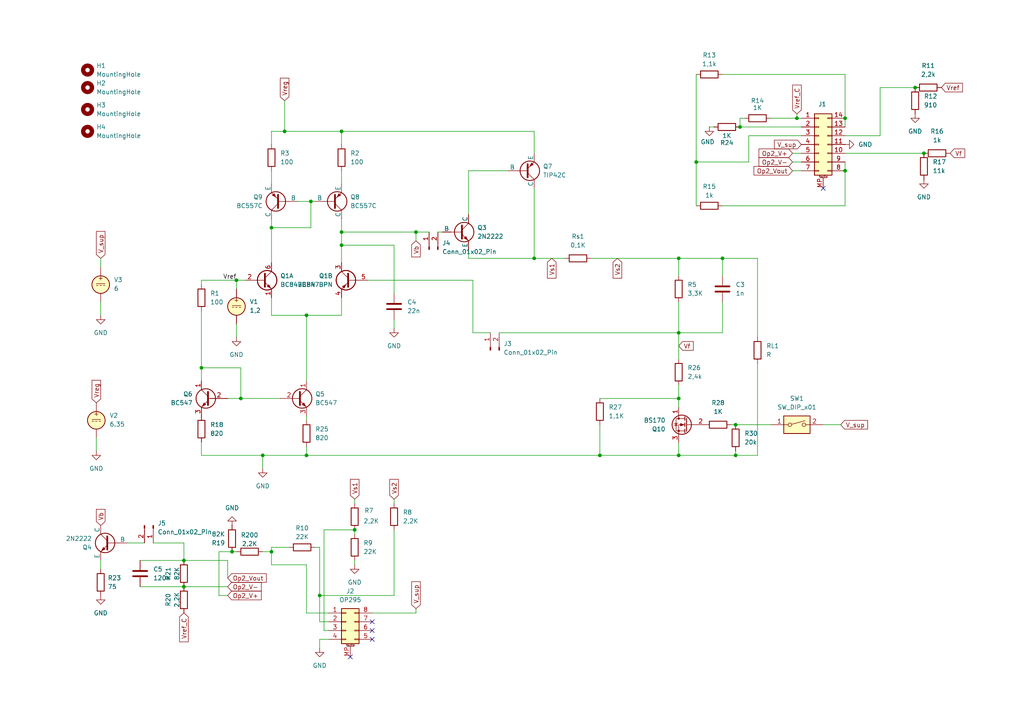
<source format=kicad_sch>
(kicad_sch (version 20231120) (generator "eeschema") (generator_version "8.0")
  (paper "A4")
  (lib_symbols
    (symbol "Connector:Conn_01x02_Pin" (pin_names (offset 1.016) hide)
      (property "Reference" "J" (at 0 2.54 0))
      (property "Value" "Conn_01x02_Pin" (at 0 -5.08 0))
      (symbol "Conn_01x02_Pin_1_1"
        (polyline (pts (xy 1.27 -2.54) (xy 0.8636 -2.54)) (stroke (width 0.1524)))
        (polyline (pts (xy 1.27 0) (xy 0.8636 0)) (stroke (width 0.1524)))
        (rectangle (start 0.8636 -2.413) (end 0 -2.667) (stroke (width 0.1524)) (fill (type outline)))
        (rectangle (start 0.8636 0.127) (end 0 -0.127) (stroke (width 0.1524)) (fill (type outline)))
        (pin passive line (at 5.08 0 180) (length 3.81) (name "Pin_1") (number "1"))
        (pin passive line (at 5.08 -2.54 180) (length 3.81) (name "Pin_2") (number "2"))
      )
    )
    (symbol "Connector_Generic_MountingPin:Conn_02x04_Counter_Clockwise_MountingPin" (pin_names (offset 1.016) hide)
      (property "Reference" "J" (at 1.27 5.08 0))
      (property "Value" "Conn_02x04_Counter_Clockwise_MountingPin" (at 2.54 -7.62 0))
      (symbol "Conn_02x04_Counter_Clockwise_MountingPin_1_1"
        (rectangle (start -1.27 -4.953) (end 0 -5.207) (stroke (width 0.1524)))
        (rectangle (start -1.27 -2.413) (end 0 -2.667) (stroke (width 0.1524)))
        (rectangle (start -1.27 0.127) (end 0 -0.127) (stroke (width 0.1524)))
        (rectangle (start -1.27 2.667) (end 0 2.413) (stroke (width 0.1524)))
        (rectangle (start -1.27 3.81) (end 3.81 -6.35) (stroke (width 0.254)) (fill (type background)))
        (polyline (pts (xy 0.254 -7.112) (xy 2.286 -7.112)) (stroke (width 0.1524)))
        (rectangle (start 3.81 -4.953) (end 2.54 -5.207) (stroke (width 0.1524)))
        (rectangle (start 3.81 -2.413) (end 2.54 -2.667) (stroke (width 0.1524)))
        (rectangle (start 3.81 0.127) (end 2.54 -0.127) (stroke (width 0.1524)))
        (rectangle (start 3.81 2.667) (end 2.54 2.413) (stroke (width 0.1524)))
        (text "Mounting" (at 1.27 -6.731 0) (effects (font (size 0.381 0.381))))
        (pin passive line (at -5.08 2.54 0) (length 3.81) (name "Pin_1") (number "1"))
        (pin passive line (at -5.08 0 0) (length 3.81) (name "Pin_2") (number "2"))
        (pin passive line (at -5.08 -2.54 0) (length 3.81) (name "Pin_3") (number "3"))
        (pin passive line (at -5.08 -5.08 0) (length 3.81) (name "Pin_4") (number "4"))
        (pin passive line (at 7.62 -5.08 180) (length 3.81) (name "Pin_5") (number "5"))
        (pin passive line (at 7.62 -2.54 180) (length 3.81) (name "Pin_6") (number "6"))
        (pin passive line (at 7.62 0 180) (length 3.81) (name "Pin_7") (number "7"))
        (pin passive line (at 7.62 2.54 180) (length 3.81) (name "Pin_8") (number "8"))
        (pin passive line (at 1.27 -10.16 90) (length 3.048) (name "MountPin") (number "MP"))
      )
    )
    (symbol "Connector_Generic_MountingPin:Conn_02x07_Counter_Clockwise_MountingPin" (pin_names (offset 1.016) hide)
      (property "Reference" "J" (at 1.27 10.16 0))
      (property "Value" "Conn_02x07_Counter_Clockwise_MountingPin" (at 2.54 -10.16 0))
      (symbol "Conn_02x07_Counter_Clockwise_MountingPin_1_1"
        (rectangle (start -1.27 -7.493) (end 0 -7.747) (stroke (width 0.1524)))
        (rectangle (start -1.27 -4.953) (end 0 -5.207) (stroke (width 0.1524)))
        (rectangle (start -1.27 -2.413) (end 0 -2.667) (stroke (width 0.1524)))
        (rectangle (start -1.27 0.127) (end 0 -0.127) (stroke (width 0.1524)))
        (rectangle (start -1.27 2.667) (end 0 2.413) (stroke (width 0.1524)))
        (rectangle (start -1.27 5.207) (end 0 4.953) (stroke (width 0.1524)))
        (rectangle (start -1.27 7.747) (end 0 7.493) (stroke (width 0.1524)))
        (rectangle (start -1.27 8.89) (end 3.81 -8.89) (stroke (width 0.254)) (fill (type background)))
        (polyline (pts (xy 0.254 -9.652) (xy 2.286 -9.652)) (stroke (width 0.1524)))
        (rectangle (start 3.81 -7.493) (end 2.54 -7.747) (stroke (width 0.1524)))
        (rectangle (start 3.81 -4.953) (end 2.54 -5.207) (stroke (width 0.1524)))
        (rectangle (start 3.81 -2.413) (end 2.54 -2.667) (stroke (width 0.1524)))
        (rectangle (start 3.81 0.127) (end 2.54 -0.127) (stroke (width 0.1524)))
        (rectangle (start 3.81 2.667) (end 2.54 2.413) (stroke (width 0.1524)))
        (rectangle (start 3.81 5.207) (end 2.54 4.953) (stroke (width 0.1524)))
        (rectangle (start 3.81 7.747) (end 2.54 7.493) (stroke (width 0.1524)))
        (text "Mounting" (at 1.27 -9.271 0) (effects (font (size 0.381 0.381))))
        (pin passive line (at -5.08 7.62 0) (length 3.81) (name "Pin_1") (number "1"))
        (pin passive line (at 7.62 -2.54 180) (length 3.81) (name "Pin_10") (number "10"))
        (pin passive line (at 7.62 0 180) (length 3.81) (name "Pin_11") (number "11"))
        (pin passive line (at 7.62 2.54 180) (length 3.81) (name "Pin_12") (number "12"))
        (pin passive line (at 7.62 5.08 180) (length 3.81) (name "Pin_13") (number "13"))
        (pin passive line (at 7.62 7.62 180) (length 3.81) (name "Pin_14") (number "14"))
        (pin passive line (at -5.08 5.08 0) (length 3.81) (name "Pin_2") (number "2"))
        (pin passive line (at -5.08 2.54 0) (length 3.81) (name "Pin_3") (number "3"))
        (pin passive line (at -5.08 0 0) (length 3.81) (name "Pin_4") (number "4"))
        (pin passive line (at -5.08 -2.54 0) (length 3.81) (name "Pin_5") (number "5"))
        (pin passive line (at -5.08 -5.08 0) (length 3.81) (name "Pin_6") (number "6"))
        (pin passive line (at -5.08 -7.62 0) (length 3.81) (name "Pin_7") (number "7"))
        (pin passive line (at 7.62 -7.62 180) (length 3.81) (name "Pin_8") (number "8"))
        (pin passive line (at 7.62 -5.08 180) (length 3.81) (name "Pin_9") (number "9"))
        (pin passive line (at 1.27 -12.7 90) (length 3.048) (name "MountPin") (number "MP"))
      )
    )
    (symbol "Device:C" (pin_numbers hide) (pin_names (offset 0.254))
      (property "Reference" "C" (at 0.635 2.54 0))
      (property "Value" "C" (at 0.635 -2.54 0))
      (symbol "C_0_1"
        (polyline (pts (xy -2.032 -0.762) (xy 2.032 -0.762)) (stroke (width 0.508)))
        (polyline (pts (xy -2.032 0.762) (xy 2.032 0.762)) (stroke (width 0.508)))
      )
      (symbol "C_1_1"
        (pin passive line (at 0 3.81 270) (length 2.794) (name "~") (number "1"))
        (pin passive line (at 0 -3.81 90) (length 2.794) (name "~") (number "2"))
      )
    )
    (symbol "Device:R" (pin_numbers hide) (pin_names (offset 0))
      (property "Reference" "R" (at 2.032 0 90))
      (property "Value" "R" (at 0 0 90))
      (symbol "R_0_1"
        (rectangle (start -1.016 -2.54) (end 1.016 2.54) (stroke (width 0.254)))
      )
      (symbol "R_1_1"
        (pin passive line (at 0 3.81 270) (length 1.27) (name "~") (number "1"))
        (pin passive line (at 0 -3.81 90) (length 1.27) (name "~") (number "2"))
      )
    )
    (symbol "Mechanical:MountingHole" (pin_names (offset 1.016))
      (property "Reference" "H" (at 0 5.08 0))
      (property "Value" "MountingHole" (at 0 3.175 0))
      (symbol "MountingHole_0_1"
        (circle (center 0 0) (radius 1.27) (stroke (width 1.27)))
      )
    )
    (symbol "Simulation_SPICE:NPN" (pin_numbers hide) (pin_names (offset 0))
      (property "Reference" "Q" (at -2.54 7.62 0))
      (property "Value" "NPN" (at -2.54 5.08 0))
      (symbol "NPN_0_1"
        (polyline (pts (xy -2.54 0) (xy 0.635 0)) (stroke (width 0.1524)))
        (polyline (pts (xy 0.635 0.635) (xy 2.54 2.54)))
        (polyline (pts (xy 2.794 -1.27) (xy 2.794 -1.27)) (stroke (width 0.1524)))
        (polyline (pts (xy 2.794 -1.27) (xy 2.794 -1.27)) (stroke (width 0.1524)))
        (polyline (pts (xy 0.635 -0.635) (xy 2.54 -2.54) (xy 2.54 -2.54)))
        (polyline (pts (xy 0.635 1.905) (xy 0.635 -1.905) (xy 0.635 -1.905)) (stroke (width 0.508)))
        (polyline (pts (xy 1.27 -1.778) (xy 1.778 -1.27) (xy 2.286 -2.286) (xy 1.27 -1.778) (xy 1.27 -1.778)) (fill (type outline)))
        (circle (center 1.27 0) (radius 2.8194) (stroke (width 0.254)))
      )
      (symbol "NPN_1_1"
        (pin open_collector line (at 2.54 5.08 270) (length 2.54) (name "C") (number "1"))
        (pin input line (at -5.08 0 0) (length 2.54) (name "B") (number "2"))
        (pin open_emitter line (at 2.54 -5.08 90) (length 2.54) (name "E") (number "3"))
      )
    )
    (symbol "Simulation_SPICE:PNP" (pin_numbers hide) (pin_names (offset 0))
      (property "Reference" "Q" (at -2.54 7.62 0))
      (property "Value" "PNP" (at -2.54 5.08 0))
      (symbol "PNP_0_1"
        (polyline (pts (xy -2.54 0) (xy 0.635 0)) (stroke (width 0.1524)))
        (polyline (pts (xy 0.635 0.635) (xy 2.54 2.54)))
        (polyline (pts (xy 0.635 -0.635) (xy 2.54 -2.54) (xy 2.54 -2.54)))
        (polyline (pts (xy 0.635 1.905) (xy 0.635 -1.905) (xy 0.635 -1.905)) (stroke (width 0.508)))
        (polyline (pts (xy 2.286 -1.778) (xy 1.778 -2.286) (xy 1.27 -1.27) (xy 2.286 -1.778) (xy 2.286 -1.778)) (fill (type outline)))
        (circle (center 1.27 0) (radius 2.8194) (stroke (width 0.254)))
      )
      (symbol "PNP_1_1"
        (pin open_collector line (at 2.54 5.08 270) (length 2.54) (name "C") (number "1"))
        (pin input line (at -5.08 0 0) (length 2.54) (name "B") (number "2"))
        (pin open_emitter line (at 2.54 -5.08 90) (length 2.54) (name "E") (number "3"))
      )
    )
    (symbol "Simulation_SPICE:VDC" (pin_numbers hide) (pin_names (offset 0.0254))
      (property "Reference" "V" (at 2.54 2.54 0))
      (property "Value" "1" (at 2.54 0 0))
      (symbol "VDC_0_0"
        (polyline (pts (xy -1.27 0.254) (xy 1.27 0.254)))
        (polyline (pts (xy -0.762 -0.254) (xy -1.27 -0.254)))
        (polyline (pts (xy 0.254 -0.254) (xy -0.254 -0.254)))
        (polyline (pts (xy 1.27 -0.254) (xy 0.762 -0.254)))
        (text "+" (at 0 1.905 0) (effects (font (size 1.27 1.27))))
      )
      (symbol "VDC_0_1"
        (circle (center 0 0) (radius 2.54) (stroke (width 0.254)) (fill (type background)))
      )
      (symbol "VDC_1_1"
        (pin passive line (at 0 5.08 270) (length 2.54) (name "~") (number "1"))
        (pin passive line (at 0 -5.08 90) (length 2.54) (name "~") (number "2"))
      )
    )
    (symbol "Switch:SW_DIP_x01" (pin_names (offset 0) hide)
      (property "Reference" "SW" (at 0 3.81 0))
      (property "Value" "SW_DIP_x01" (at 0 -3.81 0))
      (symbol "SW_DIP_x01_0_0"
        (circle (center -2.032 0) (radius 0.508))
        (polyline (pts (xy -1.524 0.127) (xy 2.3622 1.1684)))
        (circle (center 2.032 0) (radius 0.508))
      )
      (symbol "SW_DIP_x01_0_1"
        (rectangle (start -3.81 2.54) (end 3.81 -2.54) (stroke (width 0.254)) (fill (type background)))
      )
      (symbol "SW_DIP_x01_1_1"
        (pin passive line (at -7.62 0 0) (length 5.08) (name "~") (number "1"))
        (pin passive line (at 7.62 0 180) (length 5.08) (name "~") (number "2"))
      )
    )
    (symbol "Transistor_BJT:BC547" (pin_names (offset 0) hide)
      (property "Reference" "Q" (at 5.08 1.905 0))
      (property "Value" "BC547" (at 5.08 0 0))
      (symbol "BC547_0_1"
        (polyline (pts (xy 0 0) (xy 0.635 0)))
        (polyline (pts (xy 0.635 0.635) (xy 2.54 2.54)))
        (polyline (pts (xy 0.635 -0.635) (xy 2.54 -2.54) (xy 2.54 -2.54)))
        (polyline (pts (xy 0.635 1.905) (xy 0.635 -1.905) (xy 0.635 -1.905)) (stroke (width 0.508)))
        (polyline (pts (xy 1.27 -1.778) (xy 1.778 -1.27) (xy 2.286 -2.286) (xy 1.27 -1.778) (xy 1.27 -1.778)) (fill (type outline)))
        (circle (center 1.27 0) (radius 2.8194) (stroke (width 0.254)))
      )
      (symbol "BC547_1_1"
        (pin passive line (at 2.54 5.08 270) (length 2.54) (name "C") (number "1"))
        (pin input line (at -5.08 0 0) (length 5.08) (name "B") (number "2"))
        (pin passive line (at 2.54 -5.08 90) (length 2.54) (name "E") (number "3"))
      )
    )
    (symbol "Transistor_BJT:BC847BPN" (pin_names (offset 0) hide)
      (property "Reference" "Q" (at 5.08 1.27 0))
      (property "Value" "BC847BPN" (at 5.08 -1.27 0))
      (symbol "BC847BPN_0_1"
        (polyline (pts (xy 0.635 0) (xy -2.54 0)))
        (circle (center 1.27 0) (radius 2.8194) (stroke (width 0.254)))
        (circle (center 1.27 0) (radius 2.8194) (stroke (width 0.254)))
      )
      (symbol "BC847BPN_1_1"
        (polyline (pts (xy 0.635 0.635) (xy 2.54 2.54)))
        (polyline (pts (xy 0.635 -0.635) (xy 2.54 -2.54) (xy 2.54 -2.54)))
        (polyline (pts (xy 0.635 1.905) (xy 0.635 -1.905) (xy 0.635 -1.905)) (stroke (width 0.508)))
        (polyline (pts (xy 1.27 -1.778) (xy 1.778 -1.27) (xy 2.286 -2.286) (xy 1.27 -1.778) (xy 1.27 -1.778)) (fill (type outline)))
        (pin passive line (at 2.54 -5.08 90) (length 2.54) (name "E1") (number "1"))
        (pin input line (at -5.08 0 0) (length 2.54) (name "B1") (number "2"))
        (pin passive line (at 2.54 5.08 270) (length 2.54) (name "C1") (number "6"))
      )
      (symbol "BC847BPN_2_1"
        (polyline (pts (xy 0.635 0.635) (xy 2.54 2.54)))
        (polyline (pts (xy 0.635 -0.635) (xy 2.54 -2.54) (xy 2.54 -2.54)))
        (polyline (pts (xy 0.635 1.905) (xy 0.635 -1.905) (xy 0.635 -1.905)) (stroke (width 0.508)))
        (polyline (pts (xy 2.286 -1.778) (xy 1.778 -2.286) (xy 1.27 -1.27) (xy 2.286 -1.778) (xy 2.286 -1.778)) (fill (type outline)))
        (pin passive line (at 2.54 5.08 270) (length 2.54) (name "C2") (number "3"))
        (pin passive line (at 2.54 -5.08 90) (length 2.54) (name "E2") (number "4"))
        (pin input line (at -5.08 0 0) (length 2.54) (name "B2") (number "5"))
      )
    )
    (symbol "Transistor_FET:BS170" (pin_names hide)
      (property "Reference" "Q" (at 5.08 1.905 0))
      (property "Value" "BS170" (at 5.08 0 0))
      (symbol "BS170_0_1"
        (polyline (pts (xy 0.254 0) (xy -2.54 0)))
        (polyline (pts (xy 0.254 1.905) (xy 0.254 -1.905)) (stroke (width 0.254)))
        (polyline (pts (xy 0.762 -1.27) (xy 0.762 -2.286)) (stroke (width 0.254)))
        (polyline (pts (xy 0.762 0.508) (xy 0.762 -0.508)) (stroke (width 0.254)))
        (polyline (pts (xy 0.762 2.286) (xy 0.762 1.27)) (stroke (width 0.254)))
        (polyline (pts (xy 2.54 2.54) (xy 2.54 1.778)))
        (polyline (pts (xy 2.54 -2.54) (xy 2.54 0) (xy 0.762 0)))
        (polyline (pts (xy 0.762 -1.778) (xy 3.302 -1.778) (xy 3.302 1.778) (xy 0.762 1.778)))
        (polyline (pts (xy 1.016 0) (xy 2.032 0.381) (xy 2.032 -0.381) (xy 1.016 0)) (fill (type outline)))
        (polyline (pts (xy 2.794 0.508) (xy 2.921 0.381) (xy 3.683 0.381) (xy 3.81 0.254)))
        (polyline (pts (xy 3.302 0.381) (xy 2.921 -0.254) (xy 3.683 -0.254) (xy 3.302 0.381)))
        (circle (center 1.651 0) (radius 2.794) (stroke (width 0.254)))
        (circle (center 2.54 -1.778) (radius 0.254) (fill (type outline)))
        (circle (center 2.54 1.778) (radius 0.254) (fill (type outline)))
      )
      (symbol "BS170_1_1"
        (pin passive line (at 2.54 5.08 270) (length 2.54) (name "D") (number "1"))
        (pin input line (at -5.08 0 0) (length 2.54) (name "G") (number "2"))
        (pin passive line (at 2.54 -5.08 90) (length 2.54) (name "S") (number "3"))
      )
    )
    (symbol "power:GND" (power) (pin_numbers hide) (pin_names (offset 0) hide)
      (property "Value" "GND" (at 0 -3.81 0))
      (symbol "GND_0_1"
        (polyline (pts (xy 0 0) (xy 0 -1.27) (xy 1.27 -1.27) (xy 0 -2.54) (xy -1.27 -1.27) (xy 0 -1.27)))
      )
      (symbol "GND_1_1"
        (pin power_in line (at 0 0 270) (length 0) (name "~") (number "1"))
      )
    )
  )
  (junction (at 213.36 123.19))
  (junction (at 88.9 132.08))
  (junction (at 154.94 74.93))
  (junction (at 53.34 162.56))
  (junction (at 196.85 115.57))
  (junction (at 102.87 153.67))
  (junction (at 53.34 170.18))
  (junction (at 67.31 160.02))
  (junction (at 245.11 49.53))
  (junction (at 82.55 38.1))
  (junction (at 58.42 106.68))
  (junction (at 196.85 74.93))
  (junction (at 76.2 132.08))
  (junction (at 213.36 132.08))
  (junction (at 92.71 172.72))
  (junction (at 78.74 160.02))
  (junction (at 99.06 71.12))
  (junction (at 231.14 34.29))
  (junction (at 68.58 81.28))
  (junction (at 120.65 67.31))
  (junction (at 88.9 91.44))
  (junction (at 209.55 74.93))
  (junction (at 99.06 38.1))
  (junction (at 201.93 46.99))
  (junction (at 78.74 66.04))
  (junction (at 245.11 34.29))
  (junction (at 69.85 115.57))
  (junction (at 265.43 25.4))
  (junction (at 173.99 132.08))
  (junction (at 99.06 67.31))
  (junction (at 214.63 36.83))
  (junction (at 267.97 44.45))
  (junction (at 90.17 58.42))
  (junction (at 196.85 132.08))
  (junction (at 196.85 96.52))
  (no_connect (at 101.6 190.5))
  (no_connect (at 107.95 182.88))
  (no_connect (at 107.95 185.42))
  (no_connect (at 238.76 54.61))
  (no_connect (at 107.95 180.34))
  (wire (pts (xy 66.04 167.64) (xy 66.04 162.56)))
  (wire (pts (xy 29.21 165.1) (xy 29.21 162.56)))
  (wire (pts (xy 232.41 39.37) (xy 217.17 39.37)))
  (wire (pts (xy 196.85 111.76) (xy 196.85 115.57)))
  (wire (pts (xy 99.06 38.1) (xy 154.94 38.1)))
  (wire (pts (xy 212.09 123.19) (xy 213.36 123.19)))
  (wire (pts (xy 120.65 176.53) (xy 120.65 177.8)))
  (wire (pts (xy 102.87 162.56) (xy 102.87 163.83)))
  (wire (pts (xy 137.16 81.28) (xy 137.16 96.52)))
  (wire (pts (xy 196.85 74.93) (xy 209.55 74.93)))
  (wire (pts (xy 88.9 177.8) (xy 88.9 163.83)))
  (wire (pts (xy 58.42 81.28) (xy 68.58 81.28)))
  (wire (pts (xy 231.14 33.02) (xy 231.14 34.29)))
  (wire (pts (xy 213.36 132.08) (xy 219.71 132.08)))
  (wire (pts (xy 114.3 92.71) (xy 114.3 95.25)))
  (wire (pts (xy 29.21 87.63) (xy 29.21 91.44)))
  (wire (pts (xy 196.85 132.08) (xy 213.36 132.08)))
  (wire (pts (xy 201.93 21.59) (xy 201.93 46.99)))
  (wire (pts (xy 219.71 105.41) (xy 219.71 132.08)))
  (wire (pts (xy 173.99 115.57) (xy 196.85 115.57)))
  (wire (pts (xy 201.93 46.99) (xy 201.93 59.69)))
  (wire (pts (xy 88.9 110.49) (xy 88.9 91.44)))
  (wire (pts (xy 90.17 58.42) (xy 91.44 58.42)))
  (wire (pts (xy 82.55 29.21) (xy 82.55 38.1)))
  (wire (pts (xy 93.98 153.67) (xy 93.98 182.88)))
  (wire (pts (xy 69.85 115.57) (xy 69.85 106.68)))
  (wire (pts (xy 88.9 120.65) (xy 88.9 121.92)))
  (wire (pts (xy 91.44 158.75) (xy 92.71 158.75)))
  (wire (pts (xy 238.76 123.19) (xy 243.84 123.19)))
  (wire (pts (xy 66.04 162.56) (xy 53.34 162.56)))
  (wire (pts (xy 120.65 177.8) (xy 107.95 177.8)))
  (wire (pts (xy 76.2 132.08) (xy 88.9 132.08)))
  (wire (pts (xy 44.45 157.48) (xy 53.34 157.48)))
  (wire (pts (xy 95.25 177.8) (xy 88.9 177.8)))
  (wire (pts (xy 154.94 44.45) (xy 154.94 38.1)))
  (wire (pts (xy 209.55 59.69) (xy 245.11 59.69)))
  (wire (pts (xy 58.42 106.68) (xy 58.42 110.49)))
  (wire (pts (xy 196.85 115.57) (xy 196.85 118.11)))
  (wire (pts (xy 245.11 39.37) (xy 255.27 39.37)))
  (wire (pts (xy 245.11 46.99) (xy 245.11 49.53)))
  (wire (pts (xy 92.71 187.96) (xy 92.71 185.42)))
  (wire (pts (xy 40.64 162.56) (xy 53.34 162.56)))
  (wire (pts (xy 67.31 160.02) (xy 68.58 160.02)))
  (wire (pts (xy 82.55 38.1) (xy 99.06 38.1)))
  (wire (pts (xy 201.93 46.99) (xy 217.17 46.99)))
  (wire (pts (xy 29.21 74.93) (xy 29.21 77.47)))
  (wire (pts (xy 196.85 128.27) (xy 196.85 132.08)))
  (wire (pts (xy 171.45 74.93) (xy 196.85 74.93)))
  (wire (pts (xy 93.98 182.88) (xy 95.25 182.88)))
  (wire (pts (xy 231.14 34.29) (xy 232.41 34.29)))
  (wire (pts (xy 209.55 96.52) (xy 196.85 96.52)))
  (wire (pts (xy 78.74 86.36) (xy 78.74 91.44)))
  (wire (pts (xy 92.71 185.42) (xy 95.25 185.42)))
  (wire (pts (xy 78.74 160.02) (xy 78.74 163.83)))
  (wire (pts (xy 205.74 36.83) (xy 207.01 36.83)))
  (wire (pts (xy 102.87 153.67) (xy 102.87 154.94)))
  (wire (pts (xy 58.42 82.55) (xy 58.42 81.28)))
  (wire (pts (xy 106.68 81.28) (xy 137.16 81.28)))
  (wire (pts (xy 209.55 74.93) (xy 209.55 80.01)))
  (wire (pts (xy 196.85 87.63) (xy 196.85 96.52)))
  (wire (pts (xy 68.58 93.98) (xy 68.58 97.79)))
  (wire (pts (xy 95.25 180.34) (xy 92.71 180.34)))
  (wire (pts (xy 135.89 72.39) (xy 135.89 74.93)))
  (wire (pts (xy 229.87 49.53) (xy 232.41 49.53)))
  (wire (pts (xy 223.52 34.29) (xy 231.14 34.29)))
  (wire (pts (xy 78.74 63.5) (xy 78.74 66.04)))
  (wire (pts (xy 219.71 74.93) (xy 219.71 97.79)))
  (wire (pts (xy 27.94 127) (xy 27.94 130.81)))
  (wire (pts (xy 88.9 132.08) (xy 173.99 132.08)))
  (wire (pts (xy 58.42 132.08) (xy 76.2 132.08)))
  (wire (pts (xy 245.11 59.69) (xy 245.11 49.53)))
  (wire (pts (xy 92.71 158.75) (xy 92.71 172.72)))
  (wire (pts (xy 99.06 67.31) (xy 99.06 71.12)))
  (wire (pts (xy 114.3 144.78) (xy 114.3 146.05)))
  (wire (pts (xy 93.98 153.67) (xy 102.87 153.67)))
  (wire (pts (xy 245.11 44.45) (xy 267.97 44.45)))
  (wire (pts (xy 135.89 49.53) (xy 135.89 62.23)))
  (wire (pts (xy 78.74 160.02) (xy 78.74 158.75)))
  (wire (pts (xy 68.58 83.82) (xy 68.58 81.28)))
  (wire (pts (xy 63.5 172.72) (xy 66.04 172.72)))
  (wire (pts (xy 173.99 132.08) (xy 196.85 132.08)))
  (wire (pts (xy 196.85 96.52) (xy 196.85 104.14)))
  (wire (pts (xy 63.5 160.02) (xy 63.5 172.72)))
  (wire (pts (xy 214.63 34.29) (xy 214.63 36.83)))
  (wire (pts (xy 114.3 172.72) (xy 92.71 172.72)))
  (wire (pts (xy 229.87 44.45) (xy 232.41 44.45)))
  (wire (pts (xy 58.42 90.17) (xy 58.42 106.68)))
  (wire (pts (xy 66.04 115.57) (xy 69.85 115.57)))
  (wire (pts (xy 69.85 115.57) (xy 81.28 115.57)))
  (wire (pts (xy 217.17 39.37) (xy 217.17 46.99)))
  (wire (pts (xy 127 67.31) (xy 128.27 67.31)))
  (wire (pts (xy 144.78 96.52) (xy 196.85 96.52)))
  (wire (pts (xy 114.3 71.12) (xy 99.06 71.12)))
  (wire (pts (xy 99.06 91.44) (xy 99.06 86.36)))
  (wire (pts (xy 53.34 170.18) (xy 66.04 170.18)))
  (wire (pts (xy 135.89 74.93) (xy 154.94 74.93)))
  (wire (pts (xy 120.65 67.31) (xy 124.46 67.31)))
  (wire (pts (xy 78.74 66.04) (xy 78.74 76.2)))
  (wire (pts (xy 90.17 66.04) (xy 78.74 66.04)))
  (wire (pts (xy 154.94 54.61) (xy 154.94 74.93)))
  (wire (pts (xy 78.74 49.53) (xy 78.74 53.34)))
  (wire (pts (xy 99.06 49.53) (xy 99.06 53.34)))
  (wire (pts (xy 102.87 144.78) (xy 102.87 146.05)))
  (wire (pts (xy 209.55 21.59) (xy 245.11 21.59)))
  (wire (pts (xy 114.3 85.09) (xy 114.3 71.12)))
  (wire (pts (xy 88.9 129.54) (xy 88.9 132.08)))
  (wire (pts (xy 78.74 38.1) (xy 82.55 38.1)))
  (wire (pts (xy 255.27 25.4) (xy 265.43 25.4)))
  (wire (pts (xy 68.58 81.28) (xy 71.12 81.28)))
  (wire (pts (xy 229.87 46.99) (xy 232.41 46.99)))
  (wire (pts (xy 114.3 153.67) (xy 114.3 172.72)))
  (wire (pts (xy 209.55 74.93) (xy 219.71 74.93)))
  (wire (pts (xy 36.83 157.48) (xy 41.91 157.48)))
  (wire (pts (xy 40.64 170.18) (xy 53.34 170.18)))
  (wire (pts (xy 213.36 130.81) (xy 213.36 132.08)))
  (wire (pts (xy 137.16 96.52) (xy 142.24 96.52)))
  (wire (pts (xy 120.65 67.31) (xy 120.65 69.85)))
  (wire (pts (xy 154.94 74.93) (xy 163.83 74.93)))
  (wire (pts (xy 78.74 91.44) (xy 88.9 91.44)))
  (wire (pts (xy 76.2 132.08) (xy 76.2 135.89)))
  (wire (pts (xy 63.5 160.02) (xy 67.31 160.02)))
  (wire (pts (xy 88.9 91.44) (xy 99.06 91.44)))
  (wire (pts (xy 255.27 39.37) (xy 255.27 25.4)))
  (wire (pts (xy 90.17 58.42) (xy 90.17 66.04)))
  (wire (pts (xy 92.71 172.72) (xy 92.71 180.34)))
  (wire (pts (xy 53.34 162.56) (xy 53.34 157.48)))
  (wire (pts (xy 245.11 21.59) (xy 245.11 34.29)))
  (wire (pts (xy 78.74 158.75) (xy 83.82 158.75)))
  (wire (pts (xy 99.06 63.5) (xy 99.06 67.31)))
  (wire (pts (xy 78.74 163.83) (xy 88.9 163.83)))
  (wire (pts (xy 173.99 123.19) (xy 173.99 132.08)))
  (wire (pts (xy 135.89 49.53) (xy 147.32 49.53)))
  (wire (pts (xy 215.9 34.29) (xy 214.63 34.29)))
  (wire (pts (xy 245.11 34.29) (xy 245.11 36.83)))
  (wire (pts (xy 99.06 38.1) (xy 99.06 41.91)))
  (wire (pts (xy 78.74 41.91) (xy 78.74 38.1)))
  (wire (pts (xy 99.06 71.12) (xy 99.06 76.2)))
  (wire (pts (xy 58.42 106.68) (xy 69.85 106.68)))
  (wire (pts (xy 209.55 87.63) (xy 209.55 96.52)))
  (wire (pts (xy 196.85 74.93) (xy 196.85 80.01)))
  (wire (pts (xy 76.2 160.02) (xy 78.74 160.02)))
  (wire (pts (xy 213.36 123.19) (xy 223.52 123.19)))
  (wire (pts (xy 86.36 58.42) (xy 90.17 58.42)))
  (wire (pts (xy 58.42 128.27) (xy 58.42 132.08)))
  (wire (pts (xy 99.06 67.31) (xy 120.65 67.31)))
  (wire (pts (xy 214.63 36.83) (xy 232.41 36.83)))
  (label "Vref" (at 68.58 81.28 180))
  (global_label "Op2_V-" (shape input) (at 229.87 46.99 180) (property "Intersheetrefs" "${INTERSHEET_REFS}" (effects (hide yes))))
  (global_label "Vs1" (shape input) (at 102.87 144.78 90) (property "Intersheetrefs" "${INTERSHEET_REFS}" (effects (hide yes))))
  (global_label "V_sup" (shape input) (at 232.41 41.91 180) (property "Intersheetrefs" "${INTERSHEET_REFS}" (effects (hide yes))))
  (global_label "Vf" (shape input) (at 196.85 100.33 0) (property "Intersheetrefs" "${INTERSHEET_REFS}" (effects (hide yes))))
  (global_label "Vs2" (shape input) (at 179.07 74.93 270) (property "Intersheetrefs" "${INTERSHEET_REFS}" (effects (hide yes))))
  (global_label "Vreg" (shape input) (at 27.94 116.84 90) (property "Intersheetrefs" "${INTERSHEET_REFS}" (effects (hide yes))))
  (global_label "Vs1" (shape input) (at 160.02 74.93 270) (property "Intersheetrefs" "${INTERSHEET_REFS}" (effects (hide yes))))
  (global_label "Vs2" (shape input) (at 114.3 144.78 90) (property "Intersheetrefs" "${INTERSHEET_REFS}" (effects (hide yes))))
  (global_label "Vref_C" (shape input) (at 53.34 177.8 270) (property "Intersheetrefs" "${INTERSHEET_REFS}" (effects (hide yes))))
  (global_label "Op2_Vout" (shape input) (at 66.04 167.64 0) (property "Intersheetrefs" "${INTERSHEET_REFS}" (effects (hide yes))))
  (global_label "V_sup" (shape input) (at 120.65 176.53 90) (property "Intersheetrefs" "${INTERSHEET_REFS}" (effects (hide yes))))
  (global_label "V_sup" (shape input) (at 243.84 123.19 0) (property "Intersheetrefs" "${INTERSHEET_REFS}" (effects (hide yes))))
  (global_label "Vb" (shape input) (at 29.21 152.4 90) (property "Intersheetrefs" "${INTERSHEET_REFS}" (effects (hide yes))))
  (global_label "Op2_V-" (shape input) (at 66.04 170.18 0) (property "Intersheetrefs" "${INTERSHEET_REFS}" (effects (hide yes))))
  (global_label "Op2_Vout" (shape input) (at 229.87 49.53 180) (property "Intersheetrefs" "${INTERSHEET_REFS}" (effects (hide yes))))
  (global_label "V_sup" (shape input) (at 29.21 74.93 90) (property "Intersheetrefs" "${INTERSHEET_REFS}" (effects (hide yes))))
  (global_label "Vref" (shape input) (at 273.05 25.4 0) (property "Intersheetrefs" "${INTERSHEET_REFS}" (effects (hide yes))))
  (global_label "Vreg" (shape input) (at 82.55 29.21 90) (property "Intersheetrefs" "${INTERSHEET_REFS}" (effects (hide yes))))
  (global_label "Vf" (shape input) (at 275.59 44.45 0) (property "Intersheetrefs" "${INTERSHEET_REFS}" (effects (hide yes))))
  (global_label "Op2_V+" (shape input) (at 66.04 172.72 0) (property "Intersheetrefs" "${INTERSHEET_REFS}" (effects (hide yes))))
  (global_label "Vref_C" (shape input) (at 231.14 33.02 90) (property "Intersheetrefs" "${INTERSHEET_REFS}" (effects (hide yes))))
  (global_label "Op2_V+" (shape input) (at 229.87 44.45 180) (property "Intersheetrefs" "${INTERSHEET_REFS}" (effects (hide yes))))
  (global_label "Vb" (shape input) (at 120.65 69.85 270) (property "Intersheetrefs" "${INTERSHEET_REFS}" (effects (hide yes))))
  (symbol (lib_id "Device:R") (at 271.78 44.45 270) (unit 1)
    (property "Reference" "R16" (at 271.78 38.1 90))
    (property "Value" "1k" (at 271.78 40.64 90))
    (property "Footprint" "Resistor_THT:R_Axial_DIN0204_L3.6mm_D1.6mm_P7.62mm_Horizontal" (effects (hide yes)))
    (property "Description" "Resistor" (effects (hide yes)))
  )
  (symbol (lib_id "Device:R") (at 219.71 101.6 180) (unit 1)
    (property "Reference" "RL1" (at 222.25 100.3299 0) (effects (justify right)))
    (property "Value" "R" (at 222.25 102.8699 0) (effects (justify right)))
    (property "Footprint" "TerminalBlock_Phoenix:TerminalBlock_Phoenix_MKDS-3-2-5.08_1x02_P5.08mm_Horizontal" (effects (hide yes)))
    (property "Description" "Resistor" (effects (hide yes)))
  )
  (symbol (lib_id "Device:R") (at 173.99 119.38 180) (unit 1)
    (property "Reference" "R27" (at 176.53 118.1099 0) (effects (justify right)))
    (property "Value" "1,1K" (at 176.53 120.6499 0) (effects (justify right)))
    (property "Footprint" "Resistor_THT:R_Axial_DIN0204_L3.6mm_D1.6mm_P7.62mm_Horizontal" (effects (hide yes)))
    (property "Description" "Resistor" (effects (hide yes)))
  )
  (symbol (lib_id "Device:R") (at 267.97 48.26 180) (unit 1)
    (property "Reference" "R17" (at 270.51 46.9899 0) (effects (justify right)))
    (property "Value" "11k" (at 270.51 49.5299 0) (effects (justify right)))
    (property "Footprint" "Resistor_THT:R_Axial_DIN0204_L3.6mm_D1.6mm_P7.62mm_Horizontal" (effects (hide yes)))
    (property "Description" "Resistor" (effects (hide yes)))
  )
  (symbol (lib_id "Device:R") (at 99.06 45.72 0) (unit 1)
    (property "Reference" "R2" (at 101.6 44.4499 0) (effects (justify left)))
    (property "Value" "100" (at 101.6 46.9899 0) (effects (justify left)))
    (property "Footprint" "Resistor_THT:R_Axial_DIN0204_L3.6mm_D1.6mm_P7.62mm_Horizontal" (effects (hide yes)))
    (property "Description" "Resistor" (effects (hide yes)))
  )
  (symbol (lib_id "Connector_Generic_MountingPin:Conn_02x04_Counter_Clockwise_MountingPin") (at 100.33 180.34 0) (unit 1)
    (property "Reference" "J2" (at 101.6 171.45 0))
    (property "Value" "OP295" (at 101.6 173.99 0))
    (property "Footprint" "Package_DIP:DIP-8_W7.62mm" (effects (hide yes)))
    (property "Description" "Generic connectable mounting pin connector, double row, 02x04, counter clockwise pin numbering scheme (similar to DIP package numbering), script generated (kicad-library-utils/schlib/autogen/connector/)" (effects (hide yes)))
  )
  (symbol (lib_id "power:GND") (at 29.21 91.44 0) (unit 1) (on_board no)
    (property "Reference" "#PWR06" (effects (hide yes)))
    (property "Value" "GND" (at 29.21 96.52 0))
    (property "Description" "Power symbol creates a global label with name \"GND\" , ground" (effects (hide yes)))
  )
  (symbol (lib_id "Device:R") (at 53.34 166.37 180) (unit 1)
    (property "Reference" "R21" (at 48.768 166.37 90))
    (property "Value" "82K" (at 51.308 166.37 90))
    (property "Footprint" "Resistor_THT:R_Axial_DIN0204_L3.6mm_D1.6mm_P7.62mm_Horizontal" (effects (hide yes)))
    (property "Description" "Resistor" (effects (hide yes)))
  )
  (symbol (lib_id "Mechanical:MountingHole") (at 25.4 20.32 0) (unit 1)
    (property "Reference" "H1" (at 27.94 19.05 0) (effects (justify left)))
    (property "Value" "MountingHole" (at 27.94 21.59 0) (effects (justify left)))
    (property "Footprint" "MountingHole:MountingHole_2.7mm_M2.5" (effects (hide yes)))
  )
  (symbol (lib_id "Device:C") (at 114.3 88.9 0) (unit 1)
    (property "Reference" "C4" (at 118.11 87.6299 0) (effects (justify left)))
    (property "Value" "22n" (at 118.11 90.1699 0) (effects (justify left)))
    (property "Footprint" "Capacitor_THT:C_Disc_D5.0mm_W2.5mm_P5.00mm" (effects (hide yes)))
    (property "Description" "Unpolarized capacitor" (effects (hide yes)))
  )
  (symbol (lib_id "Device:R") (at 269.24 25.4 270) (unit 1)
    (property "Reference" "R11" (at 269.24 19.05 90))
    (property "Value" "2,2k" (at 269.24 21.59 90))
    (property "Footprint" "Resistor_THT:R_Axial_DIN0204_L3.6mm_D1.6mm_P7.62mm_Horizontal" (effects (hide yes)))
    (property "Description" "Resistor" (effects (hide yes)))
  )
  (symbol (lib_id "Device:R") (at 78.74 45.72 0) (unit 1)
    (property "Reference" "R3" (at 81.28 44.4499 0) (effects (justify left)))
    (property "Value" "100" (at 81.28 46.9899 0) (effects (justify left)))
    (property "Footprint" "Resistor_THT:R_Axial_DIN0204_L3.6mm_D1.6mm_P7.62mm_Horizontal" (effects (hide yes)))
    (property "Description" "Resistor" (effects (hide yes)))
  )
  (symbol (lib_id "Device:R") (at 196.85 83.82 180) (unit 1)
    (property "Reference" "R5" (at 199.39 82.5499 0) (effects (justify right)))
    (property "Value" "3,3K" (at 199.39 85.0899 0) (effects (justify right)))
    (property "Footprint" "Resistor_THT:R_Axial_DIN0204_L3.6mm_D1.6mm_P7.62mm_Horizontal" (effects (hide yes)))
    (property "Description" "Resistor" (effects (hide yes)))
  )
  (symbol (lib_id "Device:R") (at 67.31 156.21 0) (unit 1)
    (property "Reference" "R19" (at 65.278 157.48 0) (effects (justify right)))
    (property "Value" "82K" (at 65.278 154.94 0) (effects (justify right)))
    (property "Footprint" "Resistor_THT:R_Axial_DIN0204_L3.6mm_D1.6mm_P7.62mm_Horizontal" (effects (hide yes)))
    (property "Description" "Resistor" (effects (hide yes)))
  )
  (symbol (lib_id "Device:R") (at 29.21 168.91 180) (unit 1)
    (property "Reference" "R23" (at 31.242 167.64 0) (effects (justify right)))
    (property "Value" "75" (at 31.242 170.18 0) (effects (justify right)))
    (property "Footprint" "Resistor_THT:R_Axial_DIN0204_L3.6mm_D1.6mm_P7.62mm_Horizontal" (effects (hide yes)))
    (property "Description" "Resistor" (effects (hide yes)))
  )
  (symbol (lib_id "power:GND") (at 205.74 36.83 0) (unit 1)
    (property "Reference" "#PWR08" (effects (hide yes)))
    (property "Value" "GND" (at 205.232 41.148 0))
    (property "Description" "Power symbol creates a global label with name \"GND\" , ground" (effects (hide yes)))
  )
  (symbol (lib_id "Device:R") (at 210.82 36.83 90) (unit 1)
    (property "Reference" "R24" (at 210.82 41.402 90))
    (property "Value" "1K" (at 210.82 39.37 90))
    (property "Footprint" "Resistor_THT:R_Axial_DIN0204_L3.6mm_D1.6mm_P7.62mm_Horizontal" (effects (hide yes)))
    (property "Description" "Resistor" (effects (hide yes)))
  )
  (symbol (lib_id "Device:R") (at 208.28 123.19 270) (unit 1)
    (property "Reference" "R28" (at 208.28 116.84 90))
    (property "Value" "1K" (at 208.28 119.38 90))
    (property "Footprint" "Resistor_THT:R_Axial_DIN0204_L3.6mm_D1.6mm_P7.62mm_Horizontal" (effects (hide yes)))
    (property "Description" "Resistor" (effects (hide yes)))
  )
  (symbol (lib_id "power:GND") (at 267.97 52.07 0) (unit 1)
    (property "Reference" "#PWR012" (effects (hide yes)))
    (property "Value" "GND" (at 267.97 57.15 0))
    (property "Description" "Power symbol creates a global label with name \"GND\" , ground" (effects (hide yes)))
  )
  (symbol (lib_id "Connector_Generic_MountingPin:Conn_02x07_Counter_Clockwise_MountingPin") (at 237.49 41.91 0) (unit 1)
    (property "Reference" "J1" (at 238.506 30.226 0))
    (property "Value" "Conn_02x07_Counter_Clockwise_MountingPin" (effects (hide yes)))
    (property "Footprint" "Package_DIP:DIP-14_W7.62mm" (effects (hide yes)))
    (property "Description" "Generic connectable mounting pin connector, double row, 02x07, counter clockwise pin numbering scheme (similar to DIP package numbering), script generated (kicad-library-utils/schlib/autogen/connector/)" (effects (hide yes)))
  )
  (symbol (lib_id "Device:C") (at 40.64 166.37 0) (unit 1)
    (property "Reference" "C5" (at 44.45 165.0999 0) (effects (justify left)))
    (property "Value" "120n" (at 44.45 167.6399 0) (effects (justify left)))
    (property "Footprint" "Capacitor_THT:C_Disc_D5.0mm_W2.5mm_P5.00mm" (effects (hide yes)))
    (property "Description" "Unpolarized capacitor" (effects (hide yes)))
  )
  (symbol (lib_id "power:GND") (at 265.43 33.02 0) (unit 1)
    (property "Reference" "#PWR011" (effects (hide yes)))
    (property "Value" "GND" (at 265.43 38.1 0))
    (property "Description" "Power symbol creates a global label with name \"GND\" , ground" (effects (hide yes)))
  )
  (symbol (lib_id "Device:R") (at 196.85 107.95 180) (unit 1)
    (property "Reference" "R26" (at 199.39 106.6799 0) (effects (justify right)))
    (property "Value" "2,4k" (at 199.39 109.2199 0) (effects (justify right)))
    (property "Footprint" "Resistor_THT:R_Axial_DIN0204_L3.6mm_D1.6mm_P7.62mm_Horizontal" (effects (hide yes)))
    (property "Description" "Resistor" (effects (hide yes)))
  )
  (symbol (lib_id "Device:R") (at 58.42 124.46 0) (unit 1)
    (property "Reference" "R18" (at 60.96 123.1899 0) (effects (justify left)))
    (property "Value" "820" (at 60.96 125.7299 0) (effects (justify left)))
    (property "Footprint" "Resistor_THT:R_Axial_DIN0204_L3.6mm_D1.6mm_P7.62mm_Horizontal" (effects (hide yes)))
    (property "Description" "Resistor" (effects (hide yes)))
  )
  (symbol (lib_id "Switch:SW_DIP_x01") (at 231.14 123.19 0) (unit 1)
    (property "Reference" "SW1" (at 231.14 115.57 0))
    (property "Value" "SW_DIP_x01" (at 231.14 118.11 0))
    (property "Footprint" "Connector_Molex:Molex_KK-254_AE-6410-02A_1x02_P2.54mm_Vertical" (effects (hide yes)))
  )
  (symbol (lib_id "power:GND") (at 76.2 135.89 0) (unit 1) (on_board no)
    (property "Reference" "#PWR04" (effects (hide yes)))
    (property "Value" "GND" (at 76.2 140.97 0))
    (property "Description" "Power symbol creates a global label with name \"GND\" , ground" (effects (hide yes)))
  )
  (symbol (lib_id "Device:R") (at 53.34 173.99 180) (unit 1)
    (property "Reference" "R20" (at 48.768 173.99 90))
    (property "Value" "2,2K" (at 51.308 173.99 90))
    (property "Footprint" "Resistor_THT:R_Axial_DIN0204_L3.6mm_D1.6mm_P7.62mm_Horizontal" (effects (hide yes)))
    (property "Description" "Resistor" (effects (hide yes)))
  )
  (symbol (lib_id "Transistor_BJT:BC847BPN") (at 101.6 81.28 0) (mirror y) (unit 2)
    (property "Reference" "Q1" (at 96.52 80.0099 0) (effects (justify left)))
    (property "Value" "BC847BPN" (at 96.52 82.5499 0) (effects (justify left)))
    (property "Footprint" "Package_TO_SOT_SMD:SOT-363_SC-70-6" (effects (hide yes)))
    (property "Datasheet" "https://assets.nexperia.com/documents/data-sheet/BC847BPN.pdf" (effects (hide yes)))
    (property "Description" "100mA IC, 45V Vce, Dual NPN/PNP Transistors, SOT-363" (effects (hide yes)))
  )
  (symbol (lib_id "Simulation_SPICE:PNP") (at 152.4 49.53 0) (mirror x) (unit 1)
    (property "Reference" "Q7" (at 157.48 48.2599 0) (effects (justify left)))
    (property "Value" "TIP42C" (at 157.48 50.7999 0) (effects (justify left)))
    (property "Footprint" "Package_TO_SOT_THT:TO-220-3_Vertical" (effects (hide yes)))
    (property "Datasheet" "https://ngspice.sourceforge.io/docs/ngspice-html-manual/manual.xhtml#cha_BJTs" (effects (hide yes)))
    (property "Description" "Bipolar transistor symbol for simulation only, substrate tied to the emitter" (effects (hide yes)))
    (property "Sim.Device" "PNP" (effects (hide yes)))
    (property "Sim.Type" "GUMMELPOON" (effects (hide yes)))
    (property "Sim.Pins" "1=C 2=B 3=E" (effects (hide yes)))
  )
  (symbol (lib_id "power:GND") (at 29.21 172.72 0) (unit 1) (on_board no)
    (property "Reference" "#PWR01" (effects (hide yes)))
    (property "Value" "GND" (at 29.21 177.8 0))
    (property "Description" "Power symbol creates a global label with name \"GND\" , ground" (effects (hide yes)))
  )
  (symbol (lib_id "Device:R") (at 102.87 158.75 180) (unit 1)
    (property "Reference" "R9" (at 105.41 157.4799 0) (effects (justify right)))
    (property "Value" "22K" (at 105.41 160.0199 0) (effects (justify right)))
    (property "Footprint" "Resistor_THT:R_Axial_DIN0204_L3.6mm_D1.6mm_P7.62mm_Horizontal" (effects (hide yes)))
    (property "Description" "Resistor" (effects (hide yes)))
  )
  (symbol (lib_id "Simulation_SPICE:PNP") (at 81.28 58.42 180) (unit 1)
    (property "Reference" "Q9" (at 76.2 57.1499 0) (effects (justify left)))
    (property "Value" "BC557C" (at 76.2 59.6899 0) (effects (justify left)))
    (property "Footprint" "Package_TO_SOT_THT:TO-92" (effects (hide yes)))
    (property "Datasheet" "https://ngspice.sourceforge.io/docs/ngspice-html-manual/manual.xhtml#cha_BJTs" (effects (hide yes)))
    (property "Description" "Bipolar transistor symbol for simulation only, substrate tied to the emitter" (effects (hide yes)))
    (property "Sim.Device" "PNP" (effects (hide yes)))
    (property "Sim.Type" "GUMMELPOON" (effects (hide yes)))
    (property "Sim.Pins" "1=C 2=B 3=E" (effects (hide yes)))
  )
  (symbol (lib_id "Transistor_BJT:BC847BPN") (at 76.2 81.28 0) (unit 1)
    (property "Reference" "Q1" (at 81.28 80.0099 0) (effects (justify left)))
    (property "Value" "BC847BPN" (at 81.28 82.5499 0) (effects (justify left)))
    (property "Footprint" "Package_TO_SOT_SMD:SOT-363_SC-70-6" (effects (hide yes)))
    (property "Datasheet" "https://assets.nexperia.com/documents/data-sheet/BC847BPN.pdf" (effects (hide yes)))
    (property "Description" "100mA IC, 45V Vce, Dual NPN/PNP Transistors, SOT-363" (effects (hide yes)))
  )
  (symbol (lib_id "Device:R") (at 205.74 59.69 270) (unit 1)
    (property "Reference" "R15" (at 205.74 54.102 90))
    (property "Value" "1k" (at 205.74 56.642 90))
    (property "Footprint" "Resistor_THT:R_Axial_DIN0204_L3.6mm_D1.6mm_P7.62mm_Horizontal" (effects (hide yes)))
    (property "Description" "Resistor" (effects (hide yes)))
  )
  (symbol (lib_id "Device:R") (at 88.9 125.73 0) (unit 1)
    (property "Reference" "R25" (at 91.44 124.4599 0) (effects (justify left)))
    (property "Value" "820" (at 91.44 126.9999 0) (effects (justify left)))
    (property "Footprint" "Resistor_THT:R_Axial_DIN0204_L3.6mm_D1.6mm_P7.62mm_Horizontal" (effects (hide yes)))
    (property "Description" "Resistor" (effects (hide yes)))
  )
  (symbol (lib_id "Device:C") (at 209.55 83.82 0) (unit 1)
    (property "Reference" "C3" (at 213.36 82.5499 0) (effects (justify left)))
    (property "Value" "1n" (at 213.36 85.0899 0) (effects (justify left)))
    (property "Footprint" "Capacitor_THT:C_Disc_D5.0mm_W2.5mm_P5.00mm" (effects (hide yes)))
    (property "Description" "Unpolarized capacitor" (effects (hide yes)))
  )
  (symbol (lib_id "power:GND") (at 92.71 187.96 0) (unit 1) (on_board no)
    (property "Reference" "#PWR09" (effects (hide yes)))
    (property "Value" "GND" (at 92.71 193.04 0))
    (property "Description" "Power symbol creates a global label with name \"GND\" , ground" (effects (hide yes)))
  )
  (symbol (lib_id "Device:R") (at 102.87 149.86 180) (unit 1)
    (property "Reference" "R7" (at 105.664 148.082 0) (effects (justify right)))
    (property "Value" "2,2K" (at 105.41 151.1299 0) (effects (justify right)))
    (property "Footprint" "Resistor_THT:R_Axial_DIN0204_L3.6mm_D1.6mm_P7.62mm_Horizontal" (effects (hide yes)))
    (property "Description" "Resistor" (effects (hide yes)))
  )
  (symbol (lib_id "Connector:Conn_01x02_Pin") (at 44.45 152.4 270) (unit 1)
    (property "Reference" "J5" (at 45.72 151.7649 90) (effects (justify left)))
    (property "Value" "Conn_01x02_Pin" (at 45.72 154.3049 90) (effects (justify left)))
    (property "Footprint" "Connector_PinHeader_2.54mm:PinHeader_1x02_P2.54mm_Vertical" (effects (hide yes)))
    (property "Description" "Generic connector, single row, 01x02, script generated" (effects (hide yes)))
  )
  (symbol (lib_id "Device:R") (at 205.74 21.59 270) (unit 1)
    (property "Reference" "R13" (at 205.74 16.002 90))
    (property "Value" "1,1k" (at 205.74 18.542 90))
    (property "Footprint" "Resistor_THT:R_Axial_DIN0204_L3.6mm_D1.6mm_P7.62mm_Horizontal" (effects (hide yes)))
    (property "Description" "Resistor" (effects (hide yes)))
  )
  (symbol (lib_id "Transistor_BJT:BC547") (at 60.96 115.57 0) (mirror y) (unit 1)
    (property "Reference" "Q6" (at 55.88 114.2999 0) (effects (justify left)))
    (property "Value" "BC547" (at 55.88 116.8399 0) (effects (justify left)))
    (property "Footprint" "Package_TO_SOT_THT:TO-92_Inline" (effects (hide yes)))
    (property "Datasheet" "https://www.onsemi.com/pub/Collateral/BC550-D.pdf" (effects (hide yes)))
    (property "Description" "0.1A Ic, 45V Vce, Small Signal NPN Transistor, TO-92" (effects (hide yes)))
  )
  (symbol (lib_id "Device:R") (at 167.64 74.93 90) (unit 1)
    (property "Reference" "Rs1" (at 167.64 68.58 90))
    (property "Value" "0,1K" (at 167.64 71.12 90))
    (property "Footprint" "Resistor_THT:R_Axial_Power_L20.0mm_W6.4mm_P25.40mm" (effects (hide yes)))
    (property "Description" "Resistor" (effects (hide yes)))
  )
  (symbol (lib_id "Connector:Conn_01x02_Pin") (at 124.46 72.39 90) (unit 1)
    (property "Reference" "J4" (at 128.27 70.4849 90) (effects (justify right)))
    (property "Value" "Conn_01x02_Pin" (at 128.27 73.0249 90) (effects (justify right)))
    (property "Footprint" "Connector_PinHeader_2.54mm:PinHeader_1x02_P2.54mm_Vertical" (effects (hide yes)))
    (property "Description" "Generic connector, single row, 01x02, script generated" (effects (hide yes)))
  )
  (symbol (lib_id "Device:R") (at 213.36 127 180) (unit 1)
    (property "Reference" "R30" (at 215.9 125.7299 0) (effects (justify right)))
    (property "Value" "20k" (at 215.9 128.2699 0) (effects (justify right)))
    (property "Footprint" "Resistor_THT:R_Axial_DIN0204_L3.6mm_D1.6mm_P7.62mm_Horizontal" (effects (hide yes)))
    (property "Description" "Resistor" (effects (hide yes)))
  )
  (symbol (lib_id "Device:R") (at 58.42 86.36 0) (unit 1)
    (property "Reference" "R1" (at 60.96 85.0899 0) (effects (justify left)))
    (property "Value" "100" (at 60.96 87.6299 0) (effects (justify left)))
    (property "Footprint" "Resistor_THT:R_Axial_DIN0204_L3.6mm_D1.6mm_P7.62mm_Horizontal" (effects (hide yes)))
    (property "Description" "Resistor" (effects (hide yes)))
  )
  (symbol (lib_id "power:GND") (at 68.58 97.79 0) (unit 1) (on_board no)
    (property "Reference" "#PWR03" (effects (hide yes)))
    (property "Value" "GND" (at 68.58 102.87 0))
    (property "Description" "Power symbol creates a global label with name \"GND\" , ground" (effects (hide yes)))
  )
  (symbol (lib_id "power:GND") (at 114.3 95.25 0) (unit 1)
    (property "Reference" "#PWR05" (effects (hide yes)))
    (property "Value" "GND" (at 114.3 100.33 0))
    (property "Description" "Power symbol creates a global label with name \"GND\" , ground" (effects (hide yes)))
  )
  (symbol (lib_id "Simulation_SPICE:NPN") (at 31.75 157.48 0) (mirror y) (unit 1)
    (property "Reference" "Q4" (at 26.67 158.7501 0) (effects (justify left)))
    (property "Value" "2N2222" (at 26.67 156.2101 0) (effects (justify left)))
    (property "Footprint" "Package_TO_SOT_THT:TO-92" (effects (hide yes)))
    (property "Datasheet" "https://ngspice.sourceforge.io/docs/ngspice-html-manual/manual.xhtml#cha_BJTs" (effects (hide yes)))
    (property "Description" "Bipolar transistor symbol for simulation only, substrate tied to the emitter" (effects (hide yes)))
    (property "Sim.Device" "NPN" (effects (hide yes)))
    (property "Sim.Type" "GUMMELPOON" (effects (hide yes)))
    (property "Sim.Pins" "1=C 2=B 3=E" (effects (hide yes)))
  )
  (symbol (lib_id "power:GND") (at 67.31 152.4 180) (unit 1) (on_board no)
    (property "Reference" "#PWR02" (effects (hide yes)))
    (property "Value" "GND" (at 67.31 147.32 0))
    (property "Description" "Power symbol creates a global label with name \"GND\" , ground" (effects (hide yes)))
  )
  (symbol (lib_id "Mechanical:MountingHole") (at 25.4 38.1 0) (unit 1)
    (property "Reference" "H4" (at 27.94 36.83 0) (effects (justify left)))
    (property "Value" "MountingHole" (at 27.94 39.37 0) (effects (justify left)))
    (property "Footprint" "MountingHole:MountingHole_2.7mm_M2.5" (effects (hide yes)))
  )
  (symbol (lib_id "Connector:Conn_01x02_Pin") (at 142.24 101.6 90) (unit 1)
    (property "Reference" "J3" (at 146.05 99.6949 90) (effects (justify right)))
    (property "Value" "Conn_01x02_Pin" (at 146.05 102.2349 90) (effects (justify right)))
    (property "Footprint" "Connector_PinHeader_2.54mm:PinHeader_1x02_P2.54mm_Vertical" (effects (hide yes)))
    (property "Description" "Generic connector, single row, 01x02, script generated" (effects (hide yes)))
  )
  (symbol (lib_id "Mechanical:MountingHole") (at 25.4 25.4 0) (unit 1)
    (property "Reference" "H2" (at 27.94 24.13 0) (effects (justify left)))
    (property "Value" "MountingHole" (at 27.94 26.67 0) (effects (justify left)))
    (property "Footprint" "MountingHole:MountingHole_2.7mm_M2.5" (effects (hide yes)))
  )
  (symbol (lib_id "power:GND") (at 27.94 130.81 0) (unit 1) (on_board no)
    (property "Reference" "#PWR013" (effects (hide yes)))
    (property "Value" "GND" (at 27.94 135.89 0))
    (property "Description" "Power symbol creates a global label with name \"GND\" , ground" (effects (hide yes)))
  )
  (symbol (lib_id "Simulation_SPICE:PNP") (at 96.52 58.42 0) (mirror x) (unit 1)
    (property "Reference" "Q8" (at 101.6 57.1499 0) (effects (justify left)))
    (property "Value" "BC557C" (at 101.6 59.6899 0) (effects (justify left)))
    (property "Footprint" "Package_TO_SOT_THT:TO-92" (effects (hide yes)))
    (property "Datasheet" "https://ngspice.sourceforge.io/docs/ngspice-html-manual/manual.xhtml#cha_BJTs" (effects (hide yes)))
    (property "Description" "Bipolar transistor symbol for simulation only, substrate tied to the emitter" (effects (hide yes)))
    (property "Sim.Device" "PNP" (effects (hide yes)))
    (property "Sim.Type" "GUMMELPOON" (effects (hide yes)))
    (property "Sim.Pins" "1=C 2=B 3=E" (effects (hide yes)))
  )
  (symbol (lib_id "power:GND") (at 102.87 163.83 0) (unit 1)
    (property "Reference" "#PWR07" (effects (hide yes)))
    (property "Value" "GND" (at 102.87 168.91 0))
    (property "Description" "Power symbol creates a global label with name \"GND\" , ground" (effects (hide yes)))
  )
  (symbol (lib_id "power:GND") (at 245.11 41.91 90) (unit 1)
    (property "Reference" "#PWR010" (effects (hide yes)))
    (property "Value" "GND" (at 248.92 41.9099 90) (effects (justify right)))
    (property "Description" "Power symbol creates a global label with name \"GND\" , ground" (effects (hide yes)))
  )
  (symbol (lib_id "Mechanical:MountingHole") (at 25.4 31.75 0) (unit 1)
    (property "Reference" "H3" (at 27.94 30.48 0) (effects (justify left)))
    (property "Value" "MountingHole" (at 27.94 33.02 0) (effects (justify left)))
    (property "Footprint" "MountingHole:MountingHole_2.7mm_M2.5" (effects (hide yes)))
  )
  (symbol (lib_id "Device:R") (at 265.43 29.21 180) (unit 1)
    (property "Reference" "R12" (at 267.97 27.9399 0) (effects (justify right)))
    (property "Value" "910" (at 267.97 30.4799 0) (effects (justify right)))
    (property "Footprint" "Resistor_THT:R_Axial_DIN0204_L3.6mm_D1.6mm_P7.62mm_Horizontal" (effects (hide yes)))
    (property "Description" "Resistor" (effects (hide yes)))
  )
  (symbol (lib_id "Device:R") (at 87.63 158.75 270) (unit 1)
    (property "Reference" "R10" (at 87.63 153.162 90))
    (property "Value" "22K" (at 87.63 155.702 90))
    (property "Footprint" "Resistor_THT:R_Axial_DIN0204_L3.6mm_D1.6mm_P7.62mm_Horizontal" (effects (hide yes)))
    (property "Description" "Resistor" (effects (hide yes)))
  )
  (symbol (lib_id "Device:R") (at 72.39 160.02 270) (unit 1)
    (property "Reference" "R200" (at 72.39 155.194 90))
    (property "Value" "2,2K" (at 72.39 157.734 90))
    (property "Footprint" "Resistor_THT:R_Axial_DIN0204_L3.6mm_D1.6mm_P7.62mm_Horizontal" (effects (hide yes)))
    (property "Description" "Resistor" (effects (hide yes)))
  )
  (symbol (lib_id "Device:R") (at 219.71 34.29 270) (unit 1)
    (property "Reference" "R14" (at 219.71 29.21 90))
    (property "Value" "1K" (at 219.71 31.242 90))
    (property "Footprint" "Resistor_THT:R_Axial_DIN0204_L3.6mm_D1.6mm_P7.62mm_Horizontal" (effects (hide yes)))
    (property "Description" "Resistor" (effects (hide yes)))
  )
  (symbol (lib_id "Transistor_FET:BS170") (at 199.39 123.19 0) (mirror y) (unit 1)
    (property "Reference" "Q10" (at 193.04 124.4601 0) (effects (justify left)))
    (property "Value" "BS170" (at 193.04 121.9201 0) (effects (justify left)))
    (property "Footprint" "Package_TO_SOT_THT:TO-92" (effects (hide yes)))
    (property "Datasheet" "https://www.onsemi.com/pub/Collateral/BS170-D.PDF" (effects (hide yes)))
    (property "Description" "0.5A Id, 60V Vds, N-Channel MOSFET, TO-92" (effects (hide yes)))
  )
  (symbol (lib_id "Simulation_SPICE:VDC") (at 27.94 121.92 0) (unit 1)
    (property "Reference" "V2" (at 31.75 120.5201 0) (effects (justify left)))
    (property "Value" "6.35" (at 31.75 123.0601 0) (effects (justify left)))
    (property "Footprint" "TerminalBlock_Phoenix:TerminalBlock_Phoenix_MKDS-3-2-5.08_1x02_P5.08mm_Horizontal" (effects (hide yes)))
    (property "Datasheet" "https://ngspice.sourceforge.io/docs/ngspice-html-manual/manual.xhtml#sec_Independent_Sources_for" (effects (hide yes)))
    (property "Description" "Voltage source, DC" (effects (hide yes)))
    (property "Sim.Pins" "1=+ 2=-" (effects (hide yes)))
    (property "Sim.Type" "DC" (effects (hide yes)))
    (property "Sim.Device" "V" (effects (hide yes)))
  )
  (symbol (lib_id "Simulation_SPICE:VDC") (at 68.58 88.9 0) (unit 1)
    (property "Reference" "V1" (at 72.39 87.5001 0) (effects (justify left)))
    (property "Value" "1,2" (at 72.39 90.0401 0) (effects (justify left)))
    (property "Footprint" "TerminalBlock_Phoenix:TerminalBlock_Phoenix_MKDS-3-2-5.08_1x02_P5.08mm_Horizontal" (effects (hide yes)))
    (property "Datasheet" "https://ngspice.sourceforge.io/docs/ngspice-html-manual/manual.xhtml#sec_Independent_Sources_for" (effects (hide yes)))
    (property "Description" "Voltage source, DC" (effects (hide yes)))
    (property "Sim.Pins" "1=+ 2=-" (effects (hide yes)))
    (property "Sim.Type" "DC" (effects (hide yes)))
    (property "Sim.Device" "V" (effects (hide yes)))
  )
  (symbol (lib_id "Device:R") (at 114.3 149.86 180) (unit 1)
    (property "Reference" "R8" (at 116.84 148.5899 0) (effects (justify right)))
    (property "Value" "2,2K" (at 116.84 151.1299 0) (effects (justify right)))
    (property "Footprint" "Resistor_THT:R_Axial_DIN0204_L3.6mm_D1.6mm_P7.62mm_Horizontal" (effects (hide yes)))
    (property "Description" "Resistor" (effects (hide yes)))
  )
  (symbol (lib_id "Transistor_BJT:BC547") (at 86.36 115.57 0) (unit 1)
    (property "Reference" "Q5" (at 91.44 114.2999 0) (effects (justify left)))
    (property "Value" "BC547" (at 91.44 116.8399 0) (effects (justify left)))
    (property "Footprint" "Package_TO_SOT_THT:TO-92_Inline" (effects (hide yes)))
    (property "Datasheet" "https://www.onsemi.com/pub/Collateral/BC550-D.pdf" (effects (hide yes)))
    (property "Description" "0.1A Ic, 45V Vce, Small Signal NPN Transistor, TO-92" (effects (hide yes)))
  )
  (symbol (lib_id "Simulation_SPICE:NPN") (at 133.35 67.31 0) (unit 1)
    (property "Reference" "Q3" (at 138.43 66.0399 0) (effects (justify left)))
    (property "Value" "2N2222" (at 138.43 68.5799 0) (effects (justify left)))
    (property "Footprint" "Package_TO_SOT_THT:TO-92" (effects (hide yes)))
    (property "Datasheet" "https://ngspice.sourceforge.io/docs/ngspice-html-manual/manual.xhtml#cha_BJTs" (effects (hide yes)))
    (property "Description" "Bipolar transistor symbol for simulation only, substrate tied to the emitter" (effects (hide yes)))
    (property "Sim.Device" "NPN" (effects (hide yes)))
    (property "Sim.Type" "GUMMELPOON" (effects (hide yes)))
    (property "Sim.Pins" "1=C 2=B 3=E" (effects (hide yes)))
  )
  (symbol (lib_id "Simulation_SPICE:VDC") (at 29.21 82.55 0) (unit 1)
    (property "Reference" "V3" (at 33.02 81.1501 0) (effects (justify left)))
    (property "Value" "6" (at 33.02 83.6901 0) (effects (justify left)))
    (property "Footprint" "TerminalBlock_Phoenix:TerminalBlock_Phoenix_MKDS-3-2-5.08_1x02_P5.08mm_Horizontal" (effects (hide yes)))
    (property "Datasheet" "https://ngspice.sourceforge.io/docs/ngspice-html-manual/manual.xhtml#sec_Independent_Sources_for" (effects (hide yes)))
    (property "Description" "Voltage source, DC" (effects (hide yes)))
    (property "Sim.Pins" "1=+ 2=-" (effects (hide yes)))
    (property "Sim.Type" "DC" (effects (hide yes)))
    (property "Sim.Device" "V" (effects (hide yes)))
  )
)
</source>
